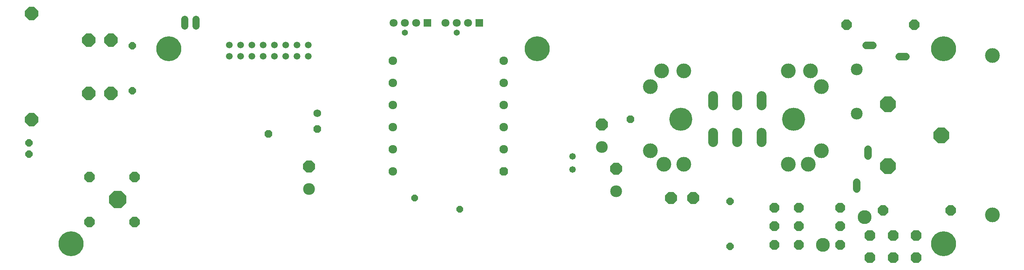
<source format=gbs>
G75*
%MOIN*%
%OFA0B0*%
%FSLAX25Y25*%
%IPPOS*%
%LPD*%
%AMOC8*
5,1,8,0,0,1.08239X$1,22.5*
%
%ADD10C,0.13098*%
%ADD11OC8,0.09350*%
%ADD12C,0.10500*%
%ADD13C,0.06500*%
%ADD14OC8,0.06500*%
%ADD15OC8,0.10500*%
%ADD16C,0.05815*%
%ADD17OC8,0.08768*%
%ADD18C,0.07587*%
%ADD19OC8,0.07587*%
%ADD20C,0.12311*%
%ADD21OC8,0.13886*%
%ADD22OC8,0.11768*%
%ADD23C,0.20500*%
%ADD24OC8,0.09100*%
%ADD25OC8,0.15500*%
%ADD26C,0.08750*%
%ADD27R,0.07100X0.07100*%
%ADD28C,0.07100*%
%ADD29C,0.05421*%
%ADD30C,0.05900*%
%ADD31C,0.06406*%
%ADD32OC8,0.06996*%
%ADD33OC8,0.05900*%
%ADD34OC8,0.06800*%
%ADD35C,0.06800*%
%ADD36OC8,0.06406*%
%ADD37OC8,0.09555*%
%ADD38C,0.22154*%
D10*
X0631534Y0140823D03*
X0643345Y0129012D03*
X0661062Y0129012D03*
X0753581Y0129012D03*
X0771298Y0129012D03*
X0783109Y0140823D03*
X0783109Y0197909D03*
X0773266Y0211689D03*
X0753581Y0211689D03*
X0661062Y0211689D03*
X0641377Y0211689D03*
X0631534Y0197909D03*
X0934684Y0225469D03*
X0934684Y0083736D03*
D11*
X0897668Y0087742D03*
X0837668Y0087742D03*
X0865418Y0252742D03*
X0805418Y0252742D03*
D12*
X0814418Y0213112D03*
X0814418Y0173742D03*
X0600949Y0104992D03*
X0588449Y0144242D03*
X0328699Y0106742D03*
D13*
X0814418Y0106728D02*
X0814418Y0112728D01*
X0824418Y0136256D02*
X0824418Y0142256D01*
X0852182Y0224492D02*
X0858182Y0224492D01*
X0828654Y0234492D02*
X0822654Y0234492D01*
D14*
X0702199Y0095742D03*
X0702199Y0055742D03*
X0171918Y0194274D03*
X0171918Y0234274D03*
D15*
X0328699Y0126742D03*
X0588449Y0164242D03*
X0600949Y0124992D03*
X0649607Y0098742D03*
X0669292Y0098742D03*
D16*
X0562449Y0124087D03*
X0562449Y0135898D03*
D17*
X0741373Y0090278D03*
X0763026Y0090278D03*
X0799699Y0090278D03*
X0799699Y0073742D03*
X0763026Y0073742D03*
X0741373Y0073742D03*
X0741373Y0057207D03*
X0763026Y0057207D03*
X0799699Y0057207D03*
D18*
X0501412Y0142215D03*
X0501412Y0161900D03*
X0501412Y0181585D03*
X0501412Y0201270D03*
X0501412Y0220955D03*
X0402987Y0220955D03*
X0402987Y0201270D03*
X0402987Y0181585D03*
X0402987Y0161900D03*
X0402987Y0142215D03*
X0402987Y0122530D03*
D19*
X0501412Y0122530D03*
D20*
X0784542Y0057207D03*
X0821550Y0082010D03*
D21*
X0842164Y0127043D03*
X0889408Y0154602D03*
X0842164Y0182161D03*
D22*
X0153188Y0192004D03*
X0133503Y0192004D03*
X0082715Y0168382D03*
X0133503Y0239248D03*
X0153188Y0239248D03*
X0082715Y0262870D03*
D23*
X0658449Y0168992D03*
X0758449Y0168992D03*
D24*
X0174054Y0117516D03*
X0134054Y0117516D03*
X0134054Y0077516D03*
X0174054Y0077516D03*
D25*
X0159093Y0097516D03*
D26*
X0686949Y0148617D02*
X0686949Y0156867D01*
X0708449Y0156867D02*
X0708449Y0148617D01*
X0729949Y0148617D02*
X0729949Y0156867D01*
X0729949Y0181117D02*
X0729949Y0189367D01*
X0708449Y0189367D02*
X0708449Y0181117D01*
X0686949Y0181117D02*
X0686949Y0189367D01*
D27*
X0479699Y0254492D03*
X0433699Y0254492D03*
D28*
X0423699Y0254492D03*
X0413699Y0254492D03*
X0403699Y0254492D03*
X0449699Y0254492D03*
X0459699Y0254492D03*
X0469699Y0254492D03*
D29*
X0459699Y0245988D03*
X0413699Y0245988D03*
D30*
X0328199Y0234992D03*
X0318199Y0234992D03*
X0308199Y0234992D03*
X0298199Y0234992D03*
X0288199Y0234992D03*
X0278199Y0234992D03*
X0268199Y0234992D03*
X0258199Y0234992D03*
X0258199Y0224992D03*
X0268199Y0224992D03*
X0278199Y0224992D03*
X0288199Y0224992D03*
X0298199Y0224992D03*
X0308199Y0224992D03*
X0318199Y0224992D03*
X0328199Y0224992D03*
D31*
X0228449Y0251789D02*
X0228449Y0257695D01*
X0218449Y0257695D02*
X0218449Y0251789D01*
D32*
X0292699Y0155992D03*
X0613699Y0168742D03*
D33*
X0422449Y0098992D03*
X0462449Y0088992D03*
D34*
X0336199Y0160242D03*
D35*
X0336199Y0174242D03*
D36*
X0080353Y0147791D03*
X0080353Y0137791D03*
D37*
X0826199Y0065427D03*
X0846699Y0065427D03*
X0867199Y0065427D03*
X0867199Y0045742D03*
X0846699Y0045742D03*
X0826199Y0045742D03*
D38*
X0117755Y0058146D03*
X0204369Y0231374D03*
X0531140Y0231374D03*
X0891377Y0231374D03*
X0891377Y0058146D03*
M02*

</source>
